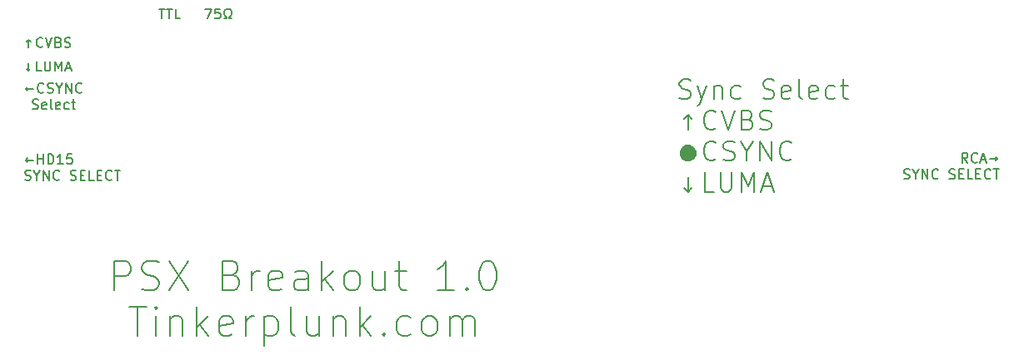
<source format=gto>
G04 #@! TF.GenerationSoftware,KiCad,Pcbnew,(5.1.2)-1*
G04 #@! TF.CreationDate,2019-06-09T09:13:55-04:00*
G04 #@! TF.ProjectId,Case top_bottom,43617365-2074-46f7-905f-626f74746f6d,rev?*
G04 #@! TF.SameCoordinates,Original*
G04 #@! TF.FileFunction,Legend,Top*
G04 #@! TF.FilePolarity,Positive*
%FSLAX46Y46*%
G04 Gerber Fmt 4.6, Leading zero omitted, Abs format (unit mm)*
G04 Created by KiCad (PCBNEW (5.1.2)-1) date 2019-06-09 09:13:55*
%MOMM*%
%LPD*%
G04 APERTURE LIST*
%ADD10C,0.150000*%
G04 APERTURE END LIST*
D10*
X99606607Y-105839142D02*
X99606607Y-102839142D01*
X100749464Y-102839142D01*
X101035178Y-102982000D01*
X101178035Y-103124857D01*
X101320892Y-103410571D01*
X101320892Y-103839142D01*
X101178035Y-104124857D01*
X101035178Y-104267714D01*
X100749464Y-104410571D01*
X99606607Y-104410571D01*
X102463750Y-105696285D02*
X102892321Y-105839142D01*
X103606607Y-105839142D01*
X103892321Y-105696285D01*
X104035178Y-105553428D01*
X104178035Y-105267714D01*
X104178035Y-104982000D01*
X104035178Y-104696285D01*
X103892321Y-104553428D01*
X103606607Y-104410571D01*
X103035178Y-104267714D01*
X102749464Y-104124857D01*
X102606607Y-103982000D01*
X102463750Y-103696285D01*
X102463750Y-103410571D01*
X102606607Y-103124857D01*
X102749464Y-102982000D01*
X103035178Y-102839142D01*
X103749464Y-102839142D01*
X104178035Y-102982000D01*
X105178035Y-102839142D02*
X107178035Y-105839142D01*
X107178035Y-102839142D02*
X105178035Y-105839142D01*
X111606607Y-104267714D02*
X112035178Y-104410571D01*
X112178035Y-104553428D01*
X112320892Y-104839142D01*
X112320892Y-105267714D01*
X112178035Y-105553428D01*
X112035178Y-105696285D01*
X111749464Y-105839142D01*
X110606607Y-105839142D01*
X110606607Y-102839142D01*
X111606607Y-102839142D01*
X111892321Y-102982000D01*
X112035178Y-103124857D01*
X112178035Y-103410571D01*
X112178035Y-103696285D01*
X112035178Y-103982000D01*
X111892321Y-104124857D01*
X111606607Y-104267714D01*
X110606607Y-104267714D01*
X113606607Y-105839142D02*
X113606607Y-103839142D01*
X113606607Y-104410571D02*
X113749464Y-104124857D01*
X113892321Y-103982000D01*
X114178035Y-103839142D01*
X114463750Y-103839142D01*
X116606607Y-105696285D02*
X116320892Y-105839142D01*
X115749464Y-105839142D01*
X115463750Y-105696285D01*
X115320892Y-105410571D01*
X115320892Y-104267714D01*
X115463750Y-103982000D01*
X115749464Y-103839142D01*
X116320892Y-103839142D01*
X116606607Y-103982000D01*
X116749464Y-104267714D01*
X116749464Y-104553428D01*
X115320892Y-104839142D01*
X119320892Y-105839142D02*
X119320892Y-104267714D01*
X119178035Y-103982000D01*
X118892321Y-103839142D01*
X118320892Y-103839142D01*
X118035178Y-103982000D01*
X119320892Y-105696285D02*
X119035178Y-105839142D01*
X118320892Y-105839142D01*
X118035178Y-105696285D01*
X117892321Y-105410571D01*
X117892321Y-105124857D01*
X118035178Y-104839142D01*
X118320892Y-104696285D01*
X119035178Y-104696285D01*
X119320892Y-104553428D01*
X120749464Y-105839142D02*
X120749464Y-102839142D01*
X121035178Y-104696285D02*
X121892321Y-105839142D01*
X121892321Y-103839142D02*
X120749464Y-104982000D01*
X123606607Y-105839142D02*
X123320892Y-105696285D01*
X123178035Y-105553428D01*
X123035178Y-105267714D01*
X123035178Y-104410571D01*
X123178035Y-104124857D01*
X123320892Y-103982000D01*
X123606607Y-103839142D01*
X124035178Y-103839142D01*
X124320892Y-103982000D01*
X124463750Y-104124857D01*
X124606607Y-104410571D01*
X124606607Y-105267714D01*
X124463750Y-105553428D01*
X124320892Y-105696285D01*
X124035178Y-105839142D01*
X123606607Y-105839142D01*
X127178035Y-103839142D02*
X127178035Y-105839142D01*
X125892321Y-103839142D02*
X125892321Y-105410571D01*
X126035178Y-105696285D01*
X126320892Y-105839142D01*
X126749464Y-105839142D01*
X127035178Y-105696285D01*
X127178035Y-105553428D01*
X128178035Y-103839142D02*
X129320892Y-103839142D01*
X128606607Y-102839142D02*
X128606607Y-105410571D01*
X128749464Y-105696285D01*
X129035178Y-105839142D01*
X129320892Y-105839142D01*
X134178035Y-105839142D02*
X132463750Y-105839142D01*
X133320892Y-105839142D02*
X133320892Y-102839142D01*
X133035178Y-103267714D01*
X132749464Y-103553428D01*
X132463750Y-103696285D01*
X135463750Y-105553428D02*
X135606607Y-105696285D01*
X135463750Y-105839142D01*
X135320892Y-105696285D01*
X135463750Y-105553428D01*
X135463750Y-105839142D01*
X137463750Y-102839142D02*
X137749464Y-102839142D01*
X138035178Y-102982000D01*
X138178035Y-103124857D01*
X138320892Y-103410571D01*
X138463750Y-103982000D01*
X138463750Y-104696285D01*
X138320892Y-105267714D01*
X138178035Y-105553428D01*
X138035178Y-105696285D01*
X137749464Y-105839142D01*
X137463750Y-105839142D01*
X137178035Y-105696285D01*
X137035178Y-105553428D01*
X136892321Y-105267714D01*
X136749464Y-104696285D01*
X136749464Y-103982000D01*
X136892321Y-103410571D01*
X137035178Y-103124857D01*
X137178035Y-102982000D01*
X137463750Y-102839142D01*
X101178035Y-107489142D02*
X102892321Y-107489142D01*
X102035178Y-110489142D02*
X102035178Y-107489142D01*
X103892321Y-110489142D02*
X103892321Y-108489142D01*
X103892321Y-107489142D02*
X103749464Y-107632000D01*
X103892321Y-107774857D01*
X104035178Y-107632000D01*
X103892321Y-107489142D01*
X103892321Y-107774857D01*
X105320892Y-108489142D02*
X105320892Y-110489142D01*
X105320892Y-108774857D02*
X105463749Y-108632000D01*
X105749464Y-108489142D01*
X106178035Y-108489142D01*
X106463749Y-108632000D01*
X106606607Y-108917714D01*
X106606607Y-110489142D01*
X108035178Y-110489142D02*
X108035178Y-107489142D01*
X108320892Y-109346285D02*
X109178035Y-110489142D01*
X109178035Y-108489142D02*
X108035178Y-109632000D01*
X111606607Y-110346285D02*
X111320892Y-110489142D01*
X110749464Y-110489142D01*
X110463749Y-110346285D01*
X110320892Y-110060571D01*
X110320892Y-108917714D01*
X110463749Y-108632000D01*
X110749464Y-108489142D01*
X111320892Y-108489142D01*
X111606607Y-108632000D01*
X111749464Y-108917714D01*
X111749464Y-109203428D01*
X110320892Y-109489142D01*
X113035178Y-110489142D02*
X113035178Y-108489142D01*
X113035178Y-109060571D02*
X113178035Y-108774857D01*
X113320892Y-108632000D01*
X113606607Y-108489142D01*
X113892321Y-108489142D01*
X114892321Y-108489142D02*
X114892321Y-111489142D01*
X114892321Y-108632000D02*
X115178035Y-108489142D01*
X115749464Y-108489142D01*
X116035178Y-108632000D01*
X116178035Y-108774857D01*
X116320892Y-109060571D01*
X116320892Y-109917714D01*
X116178035Y-110203428D01*
X116035178Y-110346285D01*
X115749464Y-110489142D01*
X115178035Y-110489142D01*
X114892321Y-110346285D01*
X118035178Y-110489142D02*
X117749464Y-110346285D01*
X117606607Y-110060571D01*
X117606607Y-107489142D01*
X120463749Y-108489142D02*
X120463749Y-110489142D01*
X119178035Y-108489142D02*
X119178035Y-110060571D01*
X119320892Y-110346285D01*
X119606607Y-110489142D01*
X120035178Y-110489142D01*
X120320892Y-110346285D01*
X120463749Y-110203428D01*
X121892321Y-108489142D02*
X121892321Y-110489142D01*
X121892321Y-108774857D02*
X122035178Y-108632000D01*
X122320892Y-108489142D01*
X122749464Y-108489142D01*
X123035178Y-108632000D01*
X123178035Y-108917714D01*
X123178035Y-110489142D01*
X124606607Y-110489142D02*
X124606607Y-107489142D01*
X124892321Y-109346285D02*
X125749464Y-110489142D01*
X125749464Y-108489142D02*
X124606607Y-109632000D01*
X127035178Y-110203428D02*
X127178035Y-110346285D01*
X127035178Y-110489142D01*
X126892321Y-110346285D01*
X127035178Y-110203428D01*
X127035178Y-110489142D01*
X129749464Y-110346285D02*
X129463749Y-110489142D01*
X128892321Y-110489142D01*
X128606607Y-110346285D01*
X128463749Y-110203428D01*
X128320892Y-109917714D01*
X128320892Y-109060571D01*
X128463749Y-108774857D01*
X128606607Y-108632000D01*
X128892321Y-108489142D01*
X129463749Y-108489142D01*
X129749464Y-108632000D01*
X131463749Y-110489142D02*
X131178035Y-110346285D01*
X131035178Y-110203428D01*
X130892321Y-109917714D01*
X130892321Y-109060571D01*
X131035178Y-108774857D01*
X131178035Y-108632000D01*
X131463749Y-108489142D01*
X131892321Y-108489142D01*
X132178035Y-108632000D01*
X132320892Y-108774857D01*
X132463749Y-109060571D01*
X132463749Y-109917714D01*
X132320892Y-110203428D01*
X132178035Y-110346285D01*
X131892321Y-110489142D01*
X131463749Y-110489142D01*
X133749464Y-110489142D02*
X133749464Y-108489142D01*
X133749464Y-108774857D02*
X133892321Y-108632000D01*
X134178035Y-108489142D01*
X134606607Y-108489142D01*
X134892321Y-108632000D01*
X135035178Y-108917714D01*
X135035178Y-110489142D01*
X135035178Y-108917714D02*
X135178035Y-108632000D01*
X135463750Y-108489142D01*
X135892321Y-108489142D01*
X136178035Y-108632000D01*
X136320892Y-108917714D01*
X136320892Y-110489142D01*
X108855047Y-77176380D02*
X109521714Y-77176380D01*
X109093142Y-78176380D01*
X110378857Y-77176380D02*
X109902666Y-77176380D01*
X109855047Y-77652571D01*
X109902666Y-77604952D01*
X109997904Y-77557333D01*
X110236000Y-77557333D01*
X110331238Y-77604952D01*
X110378857Y-77652571D01*
X110426476Y-77747809D01*
X110426476Y-77985904D01*
X110378857Y-78081142D01*
X110331238Y-78128761D01*
X110236000Y-78176380D01*
X109997904Y-78176380D01*
X109902666Y-78128761D01*
X109855047Y-78081142D01*
X110807428Y-78176380D02*
X111045523Y-78176380D01*
X111045523Y-77985904D01*
X110950285Y-77938285D01*
X110855047Y-77843047D01*
X110807428Y-77700190D01*
X110807428Y-77462095D01*
X110855047Y-77319238D01*
X110950285Y-77224000D01*
X111093142Y-77176380D01*
X111283619Y-77176380D01*
X111426476Y-77224000D01*
X111521714Y-77319238D01*
X111569333Y-77462095D01*
X111569333Y-77700190D01*
X111521714Y-77843047D01*
X111426476Y-77938285D01*
X111331238Y-77985904D01*
X111331238Y-78176380D01*
X111569333Y-78176380D01*
X104211571Y-77176380D02*
X104783000Y-77176380D01*
X104497285Y-78176380D02*
X104497285Y-77176380D01*
X104973476Y-77176380D02*
X105544904Y-77176380D01*
X105259190Y-78176380D02*
X105259190Y-77176380D01*
X106354428Y-78176380D02*
X105878238Y-78176380D01*
X105878238Y-77176380D01*
X157069452Y-86254523D02*
X157355166Y-86349761D01*
X157831357Y-86349761D01*
X158021833Y-86254523D01*
X158117071Y-86159285D01*
X158212309Y-85968809D01*
X158212309Y-85778333D01*
X158117071Y-85587857D01*
X158021833Y-85492619D01*
X157831357Y-85397380D01*
X157450404Y-85302142D01*
X157259928Y-85206904D01*
X157164690Y-85111666D01*
X157069452Y-84921190D01*
X157069452Y-84730714D01*
X157164690Y-84540238D01*
X157259928Y-84445000D01*
X157450404Y-84349761D01*
X157926595Y-84349761D01*
X158212309Y-84445000D01*
X158878976Y-85016428D02*
X159355166Y-86349761D01*
X159831357Y-85016428D02*
X159355166Y-86349761D01*
X159164690Y-86825952D01*
X159069452Y-86921190D01*
X158878976Y-87016428D01*
X160593261Y-85016428D02*
X160593261Y-86349761D01*
X160593261Y-85206904D02*
X160688500Y-85111666D01*
X160878976Y-85016428D01*
X161164690Y-85016428D01*
X161355166Y-85111666D01*
X161450404Y-85302142D01*
X161450404Y-86349761D01*
X163259928Y-86254523D02*
X163069452Y-86349761D01*
X162688500Y-86349761D01*
X162498023Y-86254523D01*
X162402785Y-86159285D01*
X162307547Y-85968809D01*
X162307547Y-85397380D01*
X162402785Y-85206904D01*
X162498023Y-85111666D01*
X162688500Y-85016428D01*
X163069452Y-85016428D01*
X163259928Y-85111666D01*
X165545642Y-86254523D02*
X165831357Y-86349761D01*
X166307547Y-86349761D01*
X166498023Y-86254523D01*
X166593261Y-86159285D01*
X166688500Y-85968809D01*
X166688500Y-85778333D01*
X166593261Y-85587857D01*
X166498023Y-85492619D01*
X166307547Y-85397380D01*
X165926595Y-85302142D01*
X165736119Y-85206904D01*
X165640880Y-85111666D01*
X165545642Y-84921190D01*
X165545642Y-84730714D01*
X165640880Y-84540238D01*
X165736119Y-84445000D01*
X165926595Y-84349761D01*
X166402785Y-84349761D01*
X166688500Y-84445000D01*
X168307547Y-86254523D02*
X168117071Y-86349761D01*
X167736119Y-86349761D01*
X167545642Y-86254523D01*
X167450404Y-86064047D01*
X167450404Y-85302142D01*
X167545642Y-85111666D01*
X167736119Y-85016428D01*
X168117071Y-85016428D01*
X168307547Y-85111666D01*
X168402785Y-85302142D01*
X168402785Y-85492619D01*
X167450404Y-85683095D01*
X169545642Y-86349761D02*
X169355166Y-86254523D01*
X169259928Y-86064047D01*
X169259928Y-84349761D01*
X171069452Y-86254523D02*
X170878976Y-86349761D01*
X170498023Y-86349761D01*
X170307547Y-86254523D01*
X170212309Y-86064047D01*
X170212309Y-85302142D01*
X170307547Y-85111666D01*
X170498023Y-85016428D01*
X170878976Y-85016428D01*
X171069452Y-85111666D01*
X171164690Y-85302142D01*
X171164690Y-85492619D01*
X170212309Y-85683095D01*
X172878976Y-86254523D02*
X172688500Y-86349761D01*
X172307547Y-86349761D01*
X172117071Y-86254523D01*
X172021833Y-86159285D01*
X171926595Y-85968809D01*
X171926595Y-85397380D01*
X172021833Y-85206904D01*
X172117071Y-85111666D01*
X172307547Y-85016428D01*
X172688500Y-85016428D01*
X172878976Y-85111666D01*
X173450404Y-85016428D02*
X174212309Y-85016428D01*
X173736119Y-84349761D02*
X173736119Y-86064047D01*
X173831357Y-86254523D01*
X174021833Y-86349761D01*
X174212309Y-86349761D01*
X157926595Y-89499761D02*
X157926595Y-87975952D01*
X157545642Y-88356904D02*
X157926595Y-87975952D01*
X158307547Y-88356904D01*
X160783738Y-89309285D02*
X160688500Y-89404523D01*
X160402785Y-89499761D01*
X160212309Y-89499761D01*
X159926595Y-89404523D01*
X159736119Y-89214047D01*
X159640880Y-89023571D01*
X159545642Y-88642619D01*
X159545642Y-88356904D01*
X159640880Y-87975952D01*
X159736119Y-87785476D01*
X159926595Y-87595000D01*
X160212309Y-87499761D01*
X160402785Y-87499761D01*
X160688500Y-87595000D01*
X160783738Y-87690238D01*
X161355166Y-87499761D02*
X162021833Y-89499761D01*
X162688500Y-87499761D01*
X164021833Y-88452142D02*
X164307547Y-88547380D01*
X164402785Y-88642619D01*
X164498023Y-88833095D01*
X164498023Y-89118809D01*
X164402785Y-89309285D01*
X164307547Y-89404523D01*
X164117071Y-89499761D01*
X163355166Y-89499761D01*
X163355166Y-87499761D01*
X164021833Y-87499761D01*
X164212309Y-87595000D01*
X164307547Y-87690238D01*
X164402785Y-87880714D01*
X164402785Y-88071190D01*
X164307547Y-88261666D01*
X164212309Y-88356904D01*
X164021833Y-88452142D01*
X163355166Y-88452142D01*
X165259928Y-89404523D02*
X165545642Y-89499761D01*
X166021833Y-89499761D01*
X166212309Y-89404523D01*
X166307547Y-89309285D01*
X166402785Y-89118809D01*
X166402785Y-88928333D01*
X166307547Y-88737857D01*
X166212309Y-88642619D01*
X166021833Y-88547380D01*
X165640880Y-88452142D01*
X165450404Y-88356904D01*
X165355166Y-88261666D01*
X165259928Y-88071190D01*
X165259928Y-87880714D01*
X165355166Y-87690238D01*
X165450404Y-87595000D01*
X165640880Y-87499761D01*
X166117071Y-87499761D01*
X166402785Y-87595000D01*
X157259928Y-91506904D02*
X157259928Y-92268809D01*
X157355166Y-92364047D02*
X157736119Y-92649761D01*
X157355166Y-91411666D02*
X157736119Y-91125952D01*
X157355166Y-91316428D02*
X157355166Y-92459285D01*
X157450404Y-92459285D02*
X157450404Y-91316428D01*
X157545642Y-91221190D02*
X157545642Y-92554523D01*
X157640880Y-92554523D02*
X157640880Y-91221190D01*
X157736119Y-91125952D02*
X157736119Y-92649761D01*
X157831357Y-92649761D02*
X157831357Y-91125952D01*
X157926595Y-91125952D02*
X157926595Y-92649761D01*
X158021833Y-92649761D02*
X158021833Y-91125952D01*
X158117071Y-92649761D02*
X158498023Y-92364047D01*
X158117071Y-91125952D02*
X158117071Y-92649761D01*
X158117071Y-91125952D02*
X158498023Y-91411666D01*
X158212309Y-92554523D02*
X158212309Y-91221190D01*
X158307547Y-91221190D02*
X158307547Y-92554523D01*
X158402785Y-92459285D02*
X158402785Y-91316428D01*
X158498023Y-91316428D02*
X158498023Y-92459285D01*
X158593261Y-92268809D02*
X158593261Y-91506904D01*
X157736119Y-91125952D02*
X158117071Y-91125952D01*
X158498023Y-91316428D01*
X158688500Y-91697380D01*
X158688500Y-92078333D01*
X158498023Y-92459285D01*
X158117071Y-92649761D01*
X157736119Y-92649761D01*
X157355166Y-92459285D01*
X157164690Y-92078333D01*
X157164690Y-91697380D01*
X157355166Y-91316428D01*
X157736119Y-91125952D01*
X160783738Y-92459285D02*
X160688500Y-92554523D01*
X160402785Y-92649761D01*
X160212309Y-92649761D01*
X159926595Y-92554523D01*
X159736119Y-92364047D01*
X159640880Y-92173571D01*
X159545642Y-91792619D01*
X159545642Y-91506904D01*
X159640880Y-91125952D01*
X159736119Y-90935476D01*
X159926595Y-90745000D01*
X160212309Y-90649761D01*
X160402785Y-90649761D01*
X160688500Y-90745000D01*
X160783738Y-90840238D01*
X161545642Y-92554523D02*
X161831357Y-92649761D01*
X162307547Y-92649761D01*
X162498023Y-92554523D01*
X162593261Y-92459285D01*
X162688500Y-92268809D01*
X162688500Y-92078333D01*
X162593261Y-91887857D01*
X162498023Y-91792619D01*
X162307547Y-91697380D01*
X161926595Y-91602142D01*
X161736119Y-91506904D01*
X161640880Y-91411666D01*
X161545642Y-91221190D01*
X161545642Y-91030714D01*
X161640880Y-90840238D01*
X161736119Y-90745000D01*
X161926595Y-90649761D01*
X162402785Y-90649761D01*
X162688500Y-90745000D01*
X163926595Y-91697380D02*
X163926595Y-92649761D01*
X163259928Y-90649761D02*
X163926595Y-91697380D01*
X164593261Y-90649761D01*
X165259928Y-92649761D02*
X165259928Y-90649761D01*
X166402785Y-92649761D01*
X166402785Y-90649761D01*
X168498023Y-92459285D02*
X168402785Y-92554523D01*
X168117071Y-92649761D01*
X167926595Y-92649761D01*
X167640880Y-92554523D01*
X167450404Y-92364047D01*
X167355166Y-92173571D01*
X167259928Y-91792619D01*
X167259928Y-91506904D01*
X167355166Y-91125952D01*
X167450404Y-90935476D01*
X167640880Y-90745000D01*
X167926595Y-90649761D01*
X168117071Y-90649761D01*
X168402785Y-90745000D01*
X168498023Y-90840238D01*
X157926595Y-94275952D02*
X157926595Y-95799761D01*
X158307547Y-95418809D02*
X157926595Y-95799761D01*
X157545642Y-95418809D01*
X160593261Y-95799761D02*
X159640880Y-95799761D01*
X159640880Y-93799761D01*
X161259928Y-93799761D02*
X161259928Y-95418809D01*
X161355166Y-95609285D01*
X161450404Y-95704523D01*
X161640880Y-95799761D01*
X162021833Y-95799761D01*
X162212309Y-95704523D01*
X162307547Y-95609285D01*
X162402785Y-95418809D01*
X162402785Y-93799761D01*
X163355166Y-95799761D02*
X163355166Y-93799761D01*
X164021833Y-95228333D01*
X164688500Y-93799761D01*
X164688500Y-95799761D01*
X165545642Y-95228333D02*
X166498023Y-95228333D01*
X165355166Y-95799761D02*
X166021833Y-93799761D01*
X166688500Y-95799761D01*
X186354785Y-92845380D02*
X186021452Y-92369190D01*
X185783357Y-92845380D02*
X185783357Y-91845380D01*
X186164309Y-91845380D01*
X186259547Y-91893000D01*
X186307166Y-91940619D01*
X186354785Y-92035857D01*
X186354785Y-92178714D01*
X186307166Y-92273952D01*
X186259547Y-92321571D01*
X186164309Y-92369190D01*
X185783357Y-92369190D01*
X187354785Y-92750142D02*
X187307166Y-92797761D01*
X187164309Y-92845380D01*
X187069071Y-92845380D01*
X186926214Y-92797761D01*
X186830976Y-92702523D01*
X186783357Y-92607285D01*
X186735738Y-92416809D01*
X186735738Y-92273952D01*
X186783357Y-92083476D01*
X186830976Y-91988238D01*
X186926214Y-91893000D01*
X187069071Y-91845380D01*
X187164309Y-91845380D01*
X187307166Y-91893000D01*
X187354785Y-91940619D01*
X187735738Y-92559666D02*
X188211928Y-92559666D01*
X187640500Y-92845380D02*
X187973833Y-91845380D01*
X188307166Y-92845380D01*
X188640500Y-92464428D02*
X189402404Y-92464428D01*
X189211928Y-92654904D02*
X189402404Y-92464428D01*
X189211928Y-92273952D01*
X179878595Y-94447761D02*
X180021452Y-94495380D01*
X180259547Y-94495380D01*
X180354785Y-94447761D01*
X180402404Y-94400142D01*
X180450023Y-94304904D01*
X180450023Y-94209666D01*
X180402404Y-94114428D01*
X180354785Y-94066809D01*
X180259547Y-94019190D01*
X180069071Y-93971571D01*
X179973833Y-93923952D01*
X179926214Y-93876333D01*
X179878595Y-93781095D01*
X179878595Y-93685857D01*
X179926214Y-93590619D01*
X179973833Y-93543000D01*
X180069071Y-93495380D01*
X180307166Y-93495380D01*
X180450023Y-93543000D01*
X181069071Y-94019190D02*
X181069071Y-94495380D01*
X180735738Y-93495380D02*
X181069071Y-94019190D01*
X181402404Y-93495380D01*
X181735738Y-94495380D02*
X181735738Y-93495380D01*
X182307166Y-94495380D01*
X182307166Y-93495380D01*
X183354785Y-94400142D02*
X183307166Y-94447761D01*
X183164309Y-94495380D01*
X183069071Y-94495380D01*
X182926214Y-94447761D01*
X182830976Y-94352523D01*
X182783357Y-94257285D01*
X182735738Y-94066809D01*
X182735738Y-93923952D01*
X182783357Y-93733476D01*
X182830976Y-93638238D01*
X182926214Y-93543000D01*
X183069071Y-93495380D01*
X183164309Y-93495380D01*
X183307166Y-93543000D01*
X183354785Y-93590619D01*
X184497642Y-94447761D02*
X184640500Y-94495380D01*
X184878595Y-94495380D01*
X184973833Y-94447761D01*
X185021452Y-94400142D01*
X185069071Y-94304904D01*
X185069071Y-94209666D01*
X185021452Y-94114428D01*
X184973833Y-94066809D01*
X184878595Y-94019190D01*
X184688119Y-93971571D01*
X184592880Y-93923952D01*
X184545261Y-93876333D01*
X184497642Y-93781095D01*
X184497642Y-93685857D01*
X184545261Y-93590619D01*
X184592880Y-93543000D01*
X184688119Y-93495380D01*
X184926214Y-93495380D01*
X185069071Y-93543000D01*
X185497642Y-93971571D02*
X185830976Y-93971571D01*
X185973833Y-94495380D02*
X185497642Y-94495380D01*
X185497642Y-93495380D01*
X185973833Y-93495380D01*
X186878595Y-94495380D02*
X186402404Y-94495380D01*
X186402404Y-93495380D01*
X187211928Y-93971571D02*
X187545261Y-93971571D01*
X187688119Y-94495380D02*
X187211928Y-94495380D01*
X187211928Y-93495380D01*
X187688119Y-93495380D01*
X188688119Y-94400142D02*
X188640500Y-94447761D01*
X188497642Y-94495380D01*
X188402404Y-94495380D01*
X188259547Y-94447761D01*
X188164309Y-94352523D01*
X188116690Y-94257285D01*
X188069071Y-94066809D01*
X188069071Y-93923952D01*
X188116690Y-93733476D01*
X188164309Y-93638238D01*
X188259547Y-93543000D01*
X188402404Y-93495380D01*
X188497642Y-93495380D01*
X188640500Y-93543000D01*
X188688119Y-93590619D01*
X188973833Y-93495380D02*
X189545261Y-93495380D01*
X189259547Y-94495380D02*
X189259547Y-93495380D01*
X91394500Y-92591428D02*
X90632595Y-92591428D01*
X90823071Y-92781904D02*
X90632595Y-92591428D01*
X90823071Y-92400952D01*
X91870690Y-92972380D02*
X91870690Y-91972380D01*
X91870690Y-92448571D02*
X92442119Y-92448571D01*
X92442119Y-92972380D02*
X92442119Y-91972380D01*
X92918309Y-92972380D02*
X92918309Y-91972380D01*
X93156404Y-91972380D01*
X93299261Y-92020000D01*
X93394500Y-92115238D01*
X93442119Y-92210476D01*
X93489738Y-92400952D01*
X93489738Y-92543809D01*
X93442119Y-92734285D01*
X93394500Y-92829523D01*
X93299261Y-92924761D01*
X93156404Y-92972380D01*
X92918309Y-92972380D01*
X94442119Y-92972380D02*
X93870690Y-92972380D01*
X94156404Y-92972380D02*
X94156404Y-91972380D01*
X94061166Y-92115238D01*
X93965928Y-92210476D01*
X93870690Y-92258095D01*
X95346880Y-91972380D02*
X94870690Y-91972380D01*
X94823071Y-92448571D01*
X94870690Y-92400952D01*
X94965928Y-92353333D01*
X95204023Y-92353333D01*
X95299261Y-92400952D01*
X95346880Y-92448571D01*
X95394500Y-92543809D01*
X95394500Y-92781904D01*
X95346880Y-92877142D01*
X95299261Y-92924761D01*
X95204023Y-92972380D01*
X94965928Y-92972380D01*
X94870690Y-92924761D01*
X94823071Y-92877142D01*
X90584976Y-94574761D02*
X90727833Y-94622380D01*
X90965928Y-94622380D01*
X91061166Y-94574761D01*
X91108785Y-94527142D01*
X91156404Y-94431904D01*
X91156404Y-94336666D01*
X91108785Y-94241428D01*
X91061166Y-94193809D01*
X90965928Y-94146190D01*
X90775452Y-94098571D01*
X90680214Y-94050952D01*
X90632595Y-94003333D01*
X90584976Y-93908095D01*
X90584976Y-93812857D01*
X90632595Y-93717619D01*
X90680214Y-93670000D01*
X90775452Y-93622380D01*
X91013547Y-93622380D01*
X91156404Y-93670000D01*
X91775452Y-94146190D02*
X91775452Y-94622380D01*
X91442119Y-93622380D02*
X91775452Y-94146190D01*
X92108785Y-93622380D01*
X92442119Y-94622380D02*
X92442119Y-93622380D01*
X93013547Y-94622380D01*
X93013547Y-93622380D01*
X94061166Y-94527142D02*
X94013547Y-94574761D01*
X93870690Y-94622380D01*
X93775452Y-94622380D01*
X93632595Y-94574761D01*
X93537357Y-94479523D01*
X93489738Y-94384285D01*
X93442119Y-94193809D01*
X93442119Y-94050952D01*
X93489738Y-93860476D01*
X93537357Y-93765238D01*
X93632595Y-93670000D01*
X93775452Y-93622380D01*
X93870690Y-93622380D01*
X94013547Y-93670000D01*
X94061166Y-93717619D01*
X95204023Y-94574761D02*
X95346880Y-94622380D01*
X95584976Y-94622380D01*
X95680214Y-94574761D01*
X95727833Y-94527142D01*
X95775452Y-94431904D01*
X95775452Y-94336666D01*
X95727833Y-94241428D01*
X95680214Y-94193809D01*
X95584976Y-94146190D01*
X95394500Y-94098571D01*
X95299261Y-94050952D01*
X95251642Y-94003333D01*
X95204023Y-93908095D01*
X95204023Y-93812857D01*
X95251642Y-93717619D01*
X95299261Y-93670000D01*
X95394500Y-93622380D01*
X95632595Y-93622380D01*
X95775452Y-93670000D01*
X96204023Y-94098571D02*
X96537357Y-94098571D01*
X96680214Y-94622380D02*
X96204023Y-94622380D01*
X96204023Y-93622380D01*
X96680214Y-93622380D01*
X97584976Y-94622380D02*
X97108785Y-94622380D01*
X97108785Y-93622380D01*
X97918309Y-94098571D02*
X98251642Y-94098571D01*
X98394500Y-94622380D02*
X97918309Y-94622380D01*
X97918309Y-93622380D01*
X98394500Y-93622380D01*
X99394500Y-94527142D02*
X99346880Y-94574761D01*
X99204023Y-94622380D01*
X99108785Y-94622380D01*
X98965928Y-94574761D01*
X98870690Y-94479523D01*
X98823071Y-94384285D01*
X98775452Y-94193809D01*
X98775452Y-94050952D01*
X98823071Y-93860476D01*
X98870690Y-93765238D01*
X98965928Y-93670000D01*
X99108785Y-93622380D01*
X99204023Y-93622380D01*
X99346880Y-93670000D01*
X99394500Y-93717619D01*
X99680214Y-93622380D02*
X100251642Y-93622380D01*
X99965928Y-94622380D02*
X99965928Y-93622380D01*
X90908428Y-82748476D02*
X90908428Y-83510380D01*
X91098904Y-83319904D02*
X90908428Y-83510380D01*
X90717952Y-83319904D01*
X92241761Y-83510380D02*
X91765571Y-83510380D01*
X91765571Y-82510380D01*
X92575095Y-82510380D02*
X92575095Y-83319904D01*
X92622714Y-83415142D01*
X92670333Y-83462761D01*
X92765571Y-83510380D01*
X92956047Y-83510380D01*
X93051285Y-83462761D01*
X93098904Y-83415142D01*
X93146523Y-83319904D01*
X93146523Y-82510380D01*
X93622714Y-83510380D02*
X93622714Y-82510380D01*
X93956047Y-83224666D01*
X94289380Y-82510380D01*
X94289380Y-83510380D01*
X94717952Y-83224666D02*
X95194142Y-83224666D01*
X94622714Y-83510380D02*
X94956047Y-82510380D01*
X95289380Y-83510380D01*
X91424380Y-85352428D02*
X90662476Y-85352428D01*
X90852952Y-85542904D02*
X90662476Y-85352428D01*
X90852952Y-85161952D01*
X92472000Y-85638142D02*
X92424380Y-85685761D01*
X92281523Y-85733380D01*
X92186285Y-85733380D01*
X92043428Y-85685761D01*
X91948190Y-85590523D01*
X91900571Y-85495285D01*
X91852952Y-85304809D01*
X91852952Y-85161952D01*
X91900571Y-84971476D01*
X91948190Y-84876238D01*
X92043428Y-84781000D01*
X92186285Y-84733380D01*
X92281523Y-84733380D01*
X92424380Y-84781000D01*
X92472000Y-84828619D01*
X92852952Y-85685761D02*
X92995809Y-85733380D01*
X93233904Y-85733380D01*
X93329142Y-85685761D01*
X93376761Y-85638142D01*
X93424380Y-85542904D01*
X93424380Y-85447666D01*
X93376761Y-85352428D01*
X93329142Y-85304809D01*
X93233904Y-85257190D01*
X93043428Y-85209571D01*
X92948190Y-85161952D01*
X92900571Y-85114333D01*
X92852952Y-85019095D01*
X92852952Y-84923857D01*
X92900571Y-84828619D01*
X92948190Y-84781000D01*
X93043428Y-84733380D01*
X93281523Y-84733380D01*
X93424380Y-84781000D01*
X94043428Y-85257190D02*
X94043428Y-85733380D01*
X93710095Y-84733380D02*
X94043428Y-85257190D01*
X94376761Y-84733380D01*
X94710095Y-85733380D02*
X94710095Y-84733380D01*
X95281523Y-85733380D01*
X95281523Y-84733380D01*
X96329142Y-85638142D02*
X96281523Y-85685761D01*
X96138666Y-85733380D01*
X96043428Y-85733380D01*
X95900571Y-85685761D01*
X95805333Y-85590523D01*
X95757714Y-85495285D01*
X95710095Y-85304809D01*
X95710095Y-85161952D01*
X95757714Y-84971476D01*
X95805333Y-84876238D01*
X95900571Y-84781000D01*
X96043428Y-84733380D01*
X96138666Y-84733380D01*
X96281523Y-84781000D01*
X96329142Y-84828619D01*
X91352952Y-87335761D02*
X91495809Y-87383380D01*
X91733904Y-87383380D01*
X91829142Y-87335761D01*
X91876761Y-87288142D01*
X91924380Y-87192904D01*
X91924380Y-87097666D01*
X91876761Y-87002428D01*
X91829142Y-86954809D01*
X91733904Y-86907190D01*
X91543428Y-86859571D01*
X91448190Y-86811952D01*
X91400571Y-86764333D01*
X91352952Y-86669095D01*
X91352952Y-86573857D01*
X91400571Y-86478619D01*
X91448190Y-86431000D01*
X91543428Y-86383380D01*
X91781523Y-86383380D01*
X91924380Y-86431000D01*
X92733904Y-87335761D02*
X92638666Y-87383380D01*
X92448190Y-87383380D01*
X92352952Y-87335761D01*
X92305333Y-87240523D01*
X92305333Y-86859571D01*
X92352952Y-86764333D01*
X92448190Y-86716714D01*
X92638666Y-86716714D01*
X92733904Y-86764333D01*
X92781523Y-86859571D01*
X92781523Y-86954809D01*
X92305333Y-87050047D01*
X93352952Y-87383380D02*
X93257714Y-87335761D01*
X93210095Y-87240523D01*
X93210095Y-86383380D01*
X94114857Y-87335761D02*
X94019619Y-87383380D01*
X93829142Y-87383380D01*
X93733904Y-87335761D01*
X93686285Y-87240523D01*
X93686285Y-86859571D01*
X93733904Y-86764333D01*
X93829142Y-86716714D01*
X94019619Y-86716714D01*
X94114857Y-86764333D01*
X94162476Y-86859571D01*
X94162476Y-86954809D01*
X93686285Y-87050047D01*
X95019619Y-87335761D02*
X94924380Y-87383380D01*
X94733904Y-87383380D01*
X94638666Y-87335761D01*
X94591047Y-87288142D01*
X94543428Y-87192904D01*
X94543428Y-86907190D01*
X94591047Y-86811952D01*
X94638666Y-86764333D01*
X94733904Y-86716714D01*
X94924380Y-86716714D01*
X95019619Y-86764333D01*
X95305333Y-86716714D02*
X95686285Y-86716714D01*
X95448190Y-86383380D02*
X95448190Y-87240523D01*
X95495809Y-87335761D01*
X95591047Y-87383380D01*
X95686285Y-87383380D01*
X90932238Y-81097380D02*
X90932238Y-80335476D01*
X90741761Y-80525952D02*
X90932238Y-80335476D01*
X91122714Y-80525952D01*
X92360809Y-81002142D02*
X92313190Y-81049761D01*
X92170333Y-81097380D01*
X92075095Y-81097380D01*
X91932238Y-81049761D01*
X91837000Y-80954523D01*
X91789380Y-80859285D01*
X91741761Y-80668809D01*
X91741761Y-80525952D01*
X91789380Y-80335476D01*
X91837000Y-80240238D01*
X91932238Y-80145000D01*
X92075095Y-80097380D01*
X92170333Y-80097380D01*
X92313190Y-80145000D01*
X92360809Y-80192619D01*
X92646523Y-80097380D02*
X92979857Y-81097380D01*
X93313190Y-80097380D01*
X93979857Y-80573571D02*
X94122714Y-80621190D01*
X94170333Y-80668809D01*
X94217952Y-80764047D01*
X94217952Y-80906904D01*
X94170333Y-81002142D01*
X94122714Y-81049761D01*
X94027476Y-81097380D01*
X93646523Y-81097380D01*
X93646523Y-80097380D01*
X93979857Y-80097380D01*
X94075095Y-80145000D01*
X94122714Y-80192619D01*
X94170333Y-80287857D01*
X94170333Y-80383095D01*
X94122714Y-80478333D01*
X94075095Y-80525952D01*
X93979857Y-80573571D01*
X93646523Y-80573571D01*
X94598904Y-81049761D02*
X94741761Y-81097380D01*
X94979857Y-81097380D01*
X95075095Y-81049761D01*
X95122714Y-81002142D01*
X95170333Y-80906904D01*
X95170333Y-80811666D01*
X95122714Y-80716428D01*
X95075095Y-80668809D01*
X94979857Y-80621190D01*
X94789380Y-80573571D01*
X94694142Y-80525952D01*
X94646523Y-80478333D01*
X94598904Y-80383095D01*
X94598904Y-80287857D01*
X94646523Y-80192619D01*
X94694142Y-80145000D01*
X94789380Y-80097380D01*
X95027476Y-80097380D01*
X95170333Y-80145000D01*
M02*

</source>
